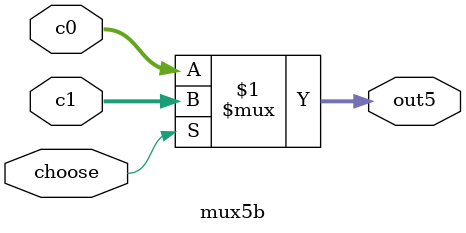
<source format=v>
module mux5b (
    input choose,
    input [4:0] c0,
    input [4:0] c1,
    output [4:0] out5
);
assign out5=choose?c1:c0;

endmodule
</source>
